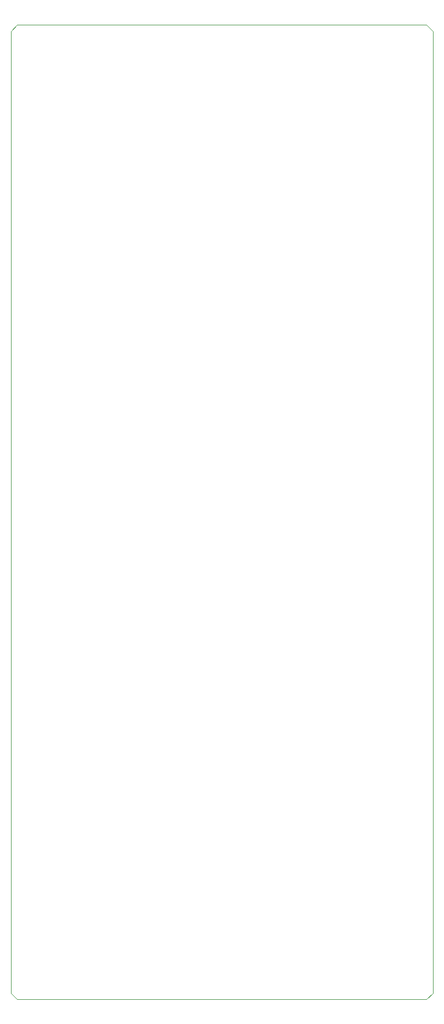
<source format=gm1>
G04 #@! TF.GenerationSoftware,KiCad,Pcbnew,8.0.8*
G04 #@! TF.CreationDate,2025-02-18T17:40:16+00:00*
G04 #@! TF.ProjectId,NB3_charger,4e42335f-6368-4617-9267-65722e6b6963,0.0.0*
G04 #@! TF.SameCoordinates,PX67794f8PYa78cb34*
G04 #@! TF.FileFunction,Profile,NP*
%FSLAX46Y46*%
G04 Gerber Fmt 4.6, Leading zero omitted, Abs format (unit mm)*
G04 Created by KiCad (PCBNEW 8.0.8) date 2025-02-18 17:40:16*
%MOMM*%
%LPD*%
G01*
G04 APERTURE LIST*
G04 #@! TA.AperFunction,Profile*
%ADD10C,0.050000*%
G04 #@! TD*
G04 APERTURE END LIST*
D10*
X31500000Y0D02*
X-31500000Y0D01*
X32500000Y149000000D02*
X32500000Y1000000D01*
X-32500000Y149000000D02*
X-31500000Y150000000D01*
X-31500000Y0D02*
X-32500000Y1000000D01*
X-32500000Y1000000D02*
X-32500000Y149000000D01*
X32500000Y149000000D02*
X31500000Y150000000D01*
X-31500000Y150000000D02*
X31500000Y150000000D01*
X32500000Y1000000D02*
X31500000Y0D01*
M02*

</source>
